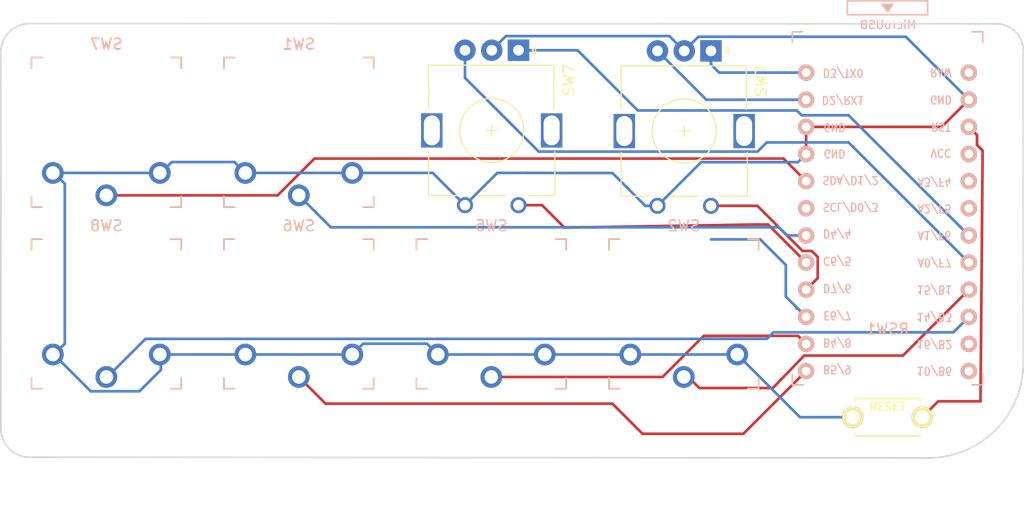
<source format=kicad_pcb>
(kicad_pcb (version 20171130) (host pcbnew "(5.1.5-0-10_14)")

  (general
    (thickness 1.6)
    (drawings 8)
    (tracks 132)
    (zones 0)
    (modules 10)
    (nets 23)
  )

  (page A4)
  (title_block
    (title mkbd)
    (date 2019-04-18)
    (rev 0.1)
    (company foostan)
  )

  (layers
    (0 F.Cu signal)
    (31 B.Cu signal)
    (32 B.Adhes user)
    (33 F.Adhes user)
    (34 B.Paste user)
    (35 F.Paste user)
    (36 B.SilkS user)
    (37 F.SilkS user)
    (38 B.Mask user)
    (39 F.Mask user)
    (40 Dwgs.User user)
    (41 Cmts.User user)
    (42 Eco1.User user)
    (43 Eco2.User user)
    (44 Edge.Cuts user)
    (45 Margin user)
    (46 B.CrtYd user)
    (47 F.CrtYd user)
    (48 B.Fab user)
    (49 F.Fab user)
  )

  (setup
    (last_trace_width 0.25)
    (trace_clearance 0.2)
    (zone_clearance 0.508)
    (zone_45_only no)
    (trace_min 0.2)
    (via_size 0.8)
    (via_drill 0.4)
    (via_min_size 0.4)
    (via_min_drill 0.3)
    (uvia_size 0.3)
    (uvia_drill 0.1)
    (uvias_allowed no)
    (uvia_min_size 0.2)
    (uvia_min_drill 0.1)
    (edge_width 0.15)
    (segment_width 0.2)
    (pcb_text_width 0.3)
    (pcb_text_size 1.5 1.5)
    (mod_edge_width 0.15)
    (mod_text_size 1 1)
    (mod_text_width 0.15)
    (pad_size 2 2)
    (pad_drill 1)
    (pad_to_mask_clearance 0.2)
    (aux_axis_origin 0 0)
    (visible_elements FFFFFF7F)
    (pcbplotparams
      (layerselection 0x010f0_ffffffff)
      (usegerberextensions false)
      (usegerberattributes false)
      (usegerberadvancedattributes false)
      (creategerberjobfile false)
      (excludeedgelayer true)
      (linewidth 0.100000)
      (plotframeref false)
      (viasonmask false)
      (mode 1)
      (useauxorigin false)
      (hpglpennumber 1)
      (hpglpenspeed 20)
      (hpglpendiameter 15.000000)
      (psnegative false)
      (psa4output false)
      (plotreference true)
      (plotvalue true)
      (plotinvisibletext false)
      (padsonsilk false)
      (subtractmaskfromsilk false)
      (outputformat 1)
      (mirror false)
      (drillshape 0)
      (scaleselection 1)
      (outputdirectory "gerber/"))
  )

  (net 0 "")
  (net 1 /RESET)
  (net 2 GND)
  (net 3 /SW_1)
  (net 4 /SW_2)
  (net 5 /SW_3)
  (net 6 /SW_4)
  (net 7 /SW_5)
  (net 8 /SW_6)
  (net 9 "Net-(U1-Pad24)")
  (net 10 VCC)
  (net 11 "Net-(U1-Pad20)")
  (net 12 "Net-(U1-Pad19)")
  (net 13 "Net-(U1-Pad18)")
  (net 14 "Net-(U1-Pad17)")
  (net 15 "Net-(U1-Pad16)")
  (net 16 "Net-(U1-Pad15)")
  (net 17 "Net-(U1-Pad14)")
  (net 18 "Net-(U1-Pad13)")
  (net 19 "Net-(U1-Pad6)")
  (net 20 "Net-(U1-Pad5)")
  (net 21 "Net-(SW7-PadA)")
  (net 22 "Net-(SW7-PadB)")

  (net_class Default "これはデフォルトのネット クラスです。"
    (clearance 0.2)
    (trace_width 0.25)
    (via_dia 0.8)
    (via_drill 0.4)
    (uvia_dia 0.3)
    (uvia_drill 0.1)
    (add_net /RESET)
    (add_net /SW_1)
    (add_net /SW_2)
    (add_net /SW_3)
    (add_net /SW_4)
    (add_net /SW_5)
    (add_net /SW_6)
    (add_net GND)
    (add_net "Net-(SW7-PadA)")
    (add_net "Net-(SW7-PadB)")
    (add_net "Net-(U1-Pad13)")
    (add_net "Net-(U1-Pad14)")
    (add_net "Net-(U1-Pad15)")
    (add_net "Net-(U1-Pad16)")
    (add_net "Net-(U1-Pad17)")
    (add_net "Net-(U1-Pad18)")
    (add_net "Net-(U1-Pad19)")
    (add_net "Net-(U1-Pad20)")
    (add_net "Net-(U1-Pad24)")
    (add_net "Net-(U1-Pad5)")
    (add_net "Net-(U1-Pad6)")
    (add_net VCC)
  )

  (module Rotary_Encoder:RotaryEncoder_Alps_EC11E_Vertical_H20mm (layer F.Cu) (tedit 5EB16E7E) (tstamp 5EB0249D)
    (at 77 62.8 270)
    (descr "Alps rotary encoder, EC12E... without switch (pins are dummy), vertical shaft, http://www.alps.com/prod/info/E/HTML/Encoder/Incremental/EC11/EC11E15204A3.html")
    (tags "rotary encoder")
    (path /5E9A134E)
    (fp_text reference SW7 (at 2.8 -4.7 90) (layer F.SilkS)
      (effects (font (size 1 1) (thickness 0.15)))
    )
    (fp_text value Rotary_Encoder_Switch (at 7.5 10.4 90) (layer F.Fab)
      (effects (font (size 1 1) (thickness 0.15)))
    )
    (fp_text user %R (at 11.1 6.3 90) (layer F.Fab)
      (effects (font (size 1 1) (thickness 0.15)))
    )
    (fp_line (start 7 2.5) (end 8 2.5) (layer F.SilkS) (width 0.12))
    (fp_line (start 7.5 2) (end 7.5 3) (layer F.SilkS) (width 0.12))
    (fp_line (start 13.6 5.8) (end 13.6 8.4) (layer F.SilkS) (width 0.12))
    (fp_line (start 13.6 1.2) (end 13.6 3.8) (layer F.SilkS) (width 0.12))
    (fp_line (start 13.6 -3.4) (end 13.6 -0.8) (layer F.SilkS) (width 0.12))
    (fp_line (start 4.5 2.5) (end 10.5 2.5) (layer F.Fab) (width 0.12))
    (fp_line (start 7.5 -0.5) (end 7.5 5.5) (layer F.Fab) (width 0.12))
    (fp_line (start 0.3 -1.6) (end 0 -1.3) (layer F.SilkS) (width 0.12))
    (fp_line (start -0.3 -1.6) (end 0.3 -1.6) (layer F.SilkS) (width 0.12))
    (fp_line (start 0 -1.3) (end -0.3 -1.6) (layer F.SilkS) (width 0.12))
    (fp_line (start 1.4 -3.3) (end 1.4 8.4) (layer F.SilkS) (width 0.12))
    (fp_line (start 5.5 -3.3) (end 1.4 -3.3) (layer F.SilkS) (width 0.12))
    (fp_line (start 5.5 8.4) (end 1.4 8.4) (layer F.SilkS) (width 0.12))
    (fp_line (start 13.6 8.4) (end 9.5 8.4) (layer F.SilkS) (width 0.12))
    (fp_line (start 9.5 -3.4) (end 13.6 -3.4) (layer F.SilkS) (width 0.12))
    (fp_line (start 1.5 -2.2) (end 2.5 -3.3) (layer F.Fab) (width 0.12))
    (fp_line (start 1.5 8.3) (end 1.5 -2.2) (layer F.Fab) (width 0.12))
    (fp_line (start 13.5 8.3) (end 1.5 8.3) (layer F.Fab) (width 0.12))
    (fp_line (start 13.5 -3.3) (end 13.5 8.3) (layer F.Fab) (width 0.12))
    (fp_line (start 2.5 -3.3) (end 13.5 -3.3) (layer F.Fab) (width 0.12))
    (fp_line (start -1.25 -4.35) (end 15.5 -4.35) (layer F.CrtYd) (width 0.05))
    (fp_line (start -1.25 -4.35) (end -1.25 9.35) (layer F.CrtYd) (width 0.05))
    (fp_line (start 15.5 9.35) (end 15.5 -4.35) (layer F.CrtYd) (width 0.05))
    (fp_line (start 15.5 9.35) (end -1.25 9.35) (layer F.CrtYd) (width 0.05))
    (fp_circle (center 7.5 2.5) (end 10.5 2.5) (layer F.SilkS) (width 0.12))
    (fp_circle (center 7.5 2.5) (end 10.5 2.5) (layer F.Fab) (width 0.12))
    (pad "" thru_hole circle (at 14.5 5 270) (size 1.5 1.5) (drill 1) (layers *.Cu *.Mask)
      (net 2 GND))
    (pad "" thru_hole circle (at 14.5 0 270) (size 1.5 1.5) (drill 1) (layers *.Cu *.Mask)
      (net 4 /SW_2))
    (pad MP thru_hole rect (at 7.5 8.1 270) (size 3.2 2) (drill oval 2.8 1.5) (layers *.Cu *.Mask))
    (pad MP thru_hole rect (at 7.5 -3.1 270) (size 3.2 2) (drill oval 2.8 1.5) (layers *.Cu *.Mask))
    (pad B thru_hole circle (at 0 5 270) (size 2 2) (drill 1) (layers *.Cu *.Mask)
      (net 14 "Net-(U1-Pad17)"))
    (pad C thru_hole circle (at 0 2.5 270) (size 2 2) (drill 1) (layers *.Cu *.Mask)
      (net 2 GND))
    (pad A thru_hole rect (at 0 0 270) (size 2 2) (drill 1) (layers *.Cu *.Mask)
      (net 13 "Net-(U1-Pad18)"))
    (model ${KISYS3DMOD}/Rotary_Encoder.3dshapes/RotaryEncoder_Alps_EC11E_Vertical_H20mm.wrl
      (at (xyz 0 0 0))
      (scale (xyz 1 1 1))
      (rotate (xyz 0 0 0))
    )
  )

  (module kbd:SW_PG1350_reversible (layer F.Cu) (tedit 5EAFDBC5) (tstamp 5EAFDB40)
    (at 38.46 87.48)
    (descr "Kailh \"Choc\" PG1350 keyswitch, able to be mounted on front or back of PCB")
    (tags kailh,choc)
    (path /5CB5EE9C)
    (fp_text reference SW8 (at 0 4.15) (layer Dwgs.User) hide
      (effects (font (size 1 1) (thickness 0.15)))
    )
    (fp_text value SW_PUSH (at -0.05 5.7) (layer Dwgs.User) hide
      (effects (font (size 1 1) (thickness 0.15)))
    )
    (fp_line (start 6 -7) (end 7 -7) (layer F.SilkS) (width 0.15))
    (fp_line (start 7 -7) (end 7 -6) (layer F.SilkS) (width 0.15))
    (fp_line (start 7 6) (end 7 7) (layer F.SilkS) (width 0.15))
    (fp_line (start 7 7) (end 6 7) (layer F.SilkS) (width 0.15))
    (fp_line (start -6 7) (end -7 7) (layer F.SilkS) (width 0.15))
    (fp_line (start -7 7) (end -7 6) (layer F.SilkS) (width 0.15))
    (fp_line (start -7 -6) (end -7 -7) (layer F.SilkS) (width 0.15))
    (fp_line (start -7 -7) (end -6 -7) (layer F.SilkS) (width 0.15))
    (fp_line (start -2.6 -3.1) (end 2.6 -3.1) (layer Eco2.User) (width 0.15))
    (fp_line (start 2.6 -3.1) (end 2.6 -6.3) (layer Eco2.User) (width 0.15))
    (fp_line (start 2.6 -6.3) (end -2.6 -6.3) (layer Eco2.User) (width 0.15))
    (fp_line (start -2.6 -3.1) (end -2.6 -6.3) (layer Eco2.User) (width 0.15))
    (fp_line (start -7 -6) (end -7 -7) (layer B.SilkS) (width 0.15))
    (fp_line (start -7 -7) (end -6 -7) (layer B.SilkS) (width 0.15))
    (fp_line (start -6 7) (end -7 7) (layer B.SilkS) (width 0.15))
    (fp_line (start -7 7) (end -7 6) (layer B.SilkS) (width 0.15))
    (fp_line (start 7 6) (end 7 7) (layer B.SilkS) (width 0.15))
    (fp_line (start 7 7) (end 6 7) (layer B.SilkS) (width 0.15))
    (fp_line (start 6 -7) (end 7 -7) (layer B.SilkS) (width 0.15))
    (fp_line (start 7 -7) (end 7 -6) (layer B.SilkS) (width 0.15))
    (fp_line (start -6.9 6.9) (end 6.9 6.9) (layer Eco2.User) (width 0.15))
    (fp_line (start 6.9 -6.9) (end -6.9 -6.9) (layer Eco2.User) (width 0.15))
    (fp_line (start 6.9 -6.9) (end 6.9 6.9) (layer Eco2.User) (width 0.15))
    (fp_line (start -6.9 6.9) (end -6.9 -6.9) (layer Eco2.User) (width 0.15))
    (fp_line (start -7.5 -7.5) (end 7.5 -7.5) (layer B.Fab) (width 0.15))
    (fp_line (start 7.5 -7.5) (end 7.5 7.5) (layer B.Fab) (width 0.15))
    (fp_line (start 7.5 7.5) (end -7.5 7.5) (layer B.Fab) (width 0.15))
    (fp_line (start -7.5 7.5) (end -7.5 -7.5) (layer B.Fab) (width 0.15))
    (fp_text user %R (at 0 -8.255) (layer B.SilkS)
      (effects (font (size 1 1) (thickness 0.15)) (justify mirror))
    )
    (fp_text user %V (at 0 8.255) (layer B.Fab)
      (effects (font (size 1 1) (thickness 0.15)) (justify mirror))
    )
    (fp_line (start -7.5 -7.5) (end 7.5 -7.5) (layer F.Fab) (width 0.15))
    (fp_line (start 7.5 7.5) (end -7.5 7.5) (layer F.Fab) (width 0.15))
    (fp_line (start 7.5 -7.5) (end 7.5 7.5) (layer F.Fab) (width 0.15))
    (fp_line (start -7.5 7.5) (end -7.5 -7.5) (layer F.Fab) (width 0.15))
    (fp_text user %R (at 0 0) (layer F.Fab)
      (effects (font (size 1 1) (thickness 0.15)))
    )
    (fp_text user %R (at 0 0) (layer B.Fab)
      (effects (font (size 1 1) (thickness 0.15)) (justify mirror))
    )
    (pad "" np_thru_hole circle (at -5.22 -4.2) (size 0.9906 0.9906) (drill 0.9906) (layers *.Cu *.Mask))
    (pad 2 thru_hole circle (at 5 3.8) (size 2.032 2.032) (drill 1.27) (layers *.Cu *.Mask)
      (net 2 GND))
    (pad "" np_thru_hole circle (at 0 0) (size 3.429 3.429) (drill 3.429) (layers *.Cu *.Mask))
    (pad 2 thru_hole circle (at -5 3.8) (size 2.032 2.032) (drill 1.27) (layers *.Cu *.Mask)
      (net 2 GND))
    (pad 1 thru_hole circle (at 0 5.9) (size 2.032 2.032) (drill 1.27) (layers *.Cu *.Mask)
      (net 16 "Net-(U1-Pad15)"))
    (pad "" np_thru_hole circle (at 5.22 -4.2) (size 0.9906 0.9906) (drill 0.9906) (layers *.Cu *.Mask))
    (pad "" np_thru_hole circle (at 5.5 0) (size 1.7018 1.7018) (drill 1.7018) (layers *.Cu *.Mask))
    (pad "" np_thru_hole circle (at -5.5 0) (size 1.7018 1.7018) (drill 1.7018) (layers *.Cu *.Mask))
  )

  (module kbd:SW_PG1350_reversible (layer F.Cu) (tedit 5EAFDC33) (tstamp 5EAFDB11)
    (at 38.46 70.48)
    (descr "Kailh \"Choc\" PG1350 keyswitch, able to be mounted on front or back of PCB")
    (tags kailh,choc)
    (path /5CB5D7EA)
    (fp_text reference SW7 (at 0 4.15) (layer Dwgs.User) hide
      (effects (font (size 1 1) (thickness 0.15)))
    )
    (fp_text value SW_PUSH (at -0.05 5.7) (layer Dwgs.User) hide
      (effects (font (size 1 1) (thickness 0.15)))
    )
    (fp_line (start 6 -7) (end 7 -7) (layer F.SilkS) (width 0.15))
    (fp_line (start 7 -7) (end 7 -6) (layer F.SilkS) (width 0.15))
    (fp_line (start 7 6) (end 7 7) (layer F.SilkS) (width 0.15))
    (fp_line (start 7 7) (end 6 7) (layer F.SilkS) (width 0.15))
    (fp_line (start -6 7) (end -7 7) (layer F.SilkS) (width 0.15))
    (fp_line (start -7 7) (end -7 6) (layer F.SilkS) (width 0.15))
    (fp_line (start -7 -6) (end -7 -7) (layer F.SilkS) (width 0.15))
    (fp_line (start -7 -7) (end -6 -7) (layer F.SilkS) (width 0.15))
    (fp_line (start -2.6 -3.1) (end 2.6 -3.1) (layer Eco2.User) (width 0.15))
    (fp_line (start 2.6 -3.1) (end 2.6 -6.3) (layer Eco2.User) (width 0.15))
    (fp_line (start 2.6 -6.3) (end -2.6 -6.3) (layer Eco2.User) (width 0.15))
    (fp_line (start -2.6 -3.1) (end -2.6 -6.3) (layer Eco2.User) (width 0.15))
    (fp_line (start -7 -6) (end -7 -7) (layer B.SilkS) (width 0.15))
    (fp_line (start -7 -7) (end -6 -7) (layer B.SilkS) (width 0.15))
    (fp_line (start -6 7) (end -7 7) (layer B.SilkS) (width 0.15))
    (fp_line (start -7 7) (end -7 6) (layer B.SilkS) (width 0.15))
    (fp_line (start 7 6) (end 7 7) (layer B.SilkS) (width 0.15))
    (fp_line (start 7 7) (end 6 7) (layer B.SilkS) (width 0.15))
    (fp_line (start 6 -7) (end 7 -7) (layer B.SilkS) (width 0.15))
    (fp_line (start 7 -7) (end 7 -6) (layer B.SilkS) (width 0.15))
    (fp_line (start -6.9 6.9) (end 6.9 6.9) (layer Eco2.User) (width 0.15))
    (fp_line (start 6.9 -6.9) (end -6.9 -6.9) (layer Eco2.User) (width 0.15))
    (fp_line (start 6.9 -6.9) (end 6.9 6.9) (layer Eco2.User) (width 0.15))
    (fp_line (start -6.9 6.9) (end -6.9 -6.9) (layer Eco2.User) (width 0.15))
    (fp_line (start -7.5 -7.5) (end 7.5 -7.5) (layer B.Fab) (width 0.15))
    (fp_line (start 7.5 -7.5) (end 7.5 7.5) (layer B.Fab) (width 0.15))
    (fp_line (start 7.5 7.5) (end -7.5 7.5) (layer B.Fab) (width 0.15))
    (fp_line (start -7.5 7.5) (end -7.5 -7.5) (layer B.Fab) (width 0.15))
    (fp_text user %R (at 0 -8.255) (layer B.SilkS)
      (effects (font (size 1 1) (thickness 0.15)) (justify mirror))
    )
    (fp_text user %V (at 0 8.255) (layer B.Fab)
      (effects (font (size 1 1) (thickness 0.15)) (justify mirror))
    )
    (fp_line (start -7.5 -7.5) (end 7.5 -7.5) (layer F.Fab) (width 0.15))
    (fp_line (start 7.5 7.5) (end -7.5 7.5) (layer F.Fab) (width 0.15))
    (fp_line (start 7.5 -7.5) (end 7.5 7.5) (layer F.Fab) (width 0.15))
    (fp_line (start -7.5 7.5) (end -7.5 -7.5) (layer F.Fab) (width 0.15))
    (fp_text user %R (at 0 0) (layer F.Fab)
      (effects (font (size 1 1) (thickness 0.15)))
    )
    (fp_text user %R (at 0 -8.255) (layer B.SilkS)
      (effects (font (size 1 1) (thickness 0.15)) (justify mirror))
    )
    (pad "" np_thru_hole circle (at -5.22 -4.2) (size 0.9906 0.9906) (drill 0.9906) (layers *.Cu *.Mask))
    (pad 2 thru_hole circle (at 5 3.8) (size 2.032 2.032) (drill 1.27) (layers *.Cu *.Mask)
      (net 2 GND))
    (pad "" np_thru_hole circle (at 0 0) (size 3.429 3.429) (drill 3.429) (layers *.Cu *.Mask))
    (pad 2 thru_hole circle (at -5 3.8) (size 2.032 2.032) (drill 1.27) (layers *.Cu *.Mask)
      (net 2 GND))
    (pad 1 thru_hole circle (at 0 5.9) (size 2.032 2.032) (drill 1.27) (layers *.Cu *.Mask)
      (net 20 "Net-(U1-Pad5)"))
    (pad "" np_thru_hole circle (at 5.22 -4.2) (size 0.9906 0.9906) (drill 0.9906) (layers *.Cu *.Mask))
    (pad "" np_thru_hole circle (at 5.5 0) (size 1.7018 1.7018) (drill 1.7018) (layers *.Cu *.Mask))
    (pad "" np_thru_hole circle (at -5.5 0) (size 1.7018 1.7018) (drill 1.7018) (layers *.Cu *.Mask))
  )

  (module kbd:ProMicro_v3 (layer B.Cu) (tedit 5EAC4A3F) (tstamp 5CB64683)
    (at 111.51 79.37 180)
    (path /5CB5F40D)
    (fp_text reference U1 (at 0 5 90) (layer B.SilkS) hide
      (effects (font (size 1 1) (thickness 0.15)) (justify mirror))
    )
    (fp_text value ProMicro_r (at -0.1 -0.05 -90) (layer B.Fab) hide
      (effects (font (size 1 1) (thickness 0.15)) (justify mirror))
    )
    (fp_line (start 8.9 -14.75) (end 7.89 -14.75) (layer B.SilkS) (width 0.15))
    (fp_line (start -8.9 -14.75) (end -7.9 -14.75) (layer B.SilkS) (width 0.15))
    (fp_line (start 8.9 -13.75) (end 8.9 -14.75) (layer B.SilkS) (width 0.15))
    (fp_line (start -8.9 -13.7) (end -8.9 -14.75) (layer B.SilkS) (width 0.15))
    (fp_line (start 8.9 18.3) (end 7.95 18.3) (layer B.SilkS) (width 0.15))
    (fp_line (start -8.9 18.3) (end -7.9 18.3) (layer B.SilkS) (width 0.15))
    (fp_line (start 8.9 18.3) (end 8.9 17.3) (layer B.SilkS) (width 0.15))
    (fp_line (start -8.9 18.3) (end -8.9 17.3) (layer B.SilkS) (width 0.15))
    (fp_text user "" (at -1.2515 16.256) (layer F.SilkS)
      (effects (font (size 1 1) (thickness 0.15)))
    )
    (fp_text user "" (at -0.545 17.4) (layer B.SilkS)
      (effects (font (size 1 1) (thickness 0.15)) (justify mirror))
    )
    (fp_line (start -8.9 -14.75) (end -8.9 18.3) (layer B.Fab) (width 0.15))
    (fp_line (start 8.9 -14.75) (end -8.9 -14.75) (layer B.Fab) (width 0.15))
    (fp_line (start 8.9 18.3) (end 8.9 -14.75) (layer B.Fab) (width 0.15))
    (fp_line (start -8.9 18.3) (end -3.75 18.3) (layer B.Fab) (width 0.15))
    (fp_text user RAW (at -4.995 14.5 180 unlocked) (layer B.SilkS)
      (effects (font (size 0.75 0.67) (thickness 0.125)) (justify mirror))
    )
    (fp_text user GND (at -4.995 11.95 180 unlocked) (layer B.SilkS)
      (effects (font (size 0.75 0.67) (thickness 0.125)) (justify mirror))
    )
    (fp_text user RST (at -4.995 9.4 180 unlocked) (layer B.SilkS)
      (effects (font (size 0.75 0.67) (thickness 0.125)) (justify mirror))
    )
    (fp_text user VCC (at -4.995 6.95 180 unlocked) (layer B.SilkS)
      (effects (font (size 0.75 0.67) (thickness 0.125)) (justify mirror))
    )
    (fp_text user A3/F4 (at -4.395 4.25 180 unlocked) (layer B.SilkS)
      (effects (font (size 0.75 0.67) (thickness 0.125)) (justify mirror))
    )
    (fp_text user A2/F5 (at -4.395 1.75 180 unlocked) (layer B.SilkS)
      (effects (font (size 0.75 0.67) (thickness 0.125)) (justify mirror))
    )
    (fp_text user A1/F6 (at -4.395 -0.75 180 unlocked) (layer B.SilkS)
      (effects (font (size 0.75 0.67) (thickness 0.125)) (justify mirror))
    )
    (fp_text user A0/F7 (at -4.395 -3.3 180 unlocked) (layer B.SilkS)
      (effects (font (size 0.75 0.67) (thickness 0.125)) (justify mirror))
    )
    (fp_text user 15/B1 (at -4.395 -5.85 180 unlocked) (layer B.SilkS)
      (effects (font (size 0.75 0.67) (thickness 0.125)) (justify mirror))
    )
    (fp_text user 14/B3 (at -4.395 -8.4 180 unlocked) (layer B.SilkS)
      (effects (font (size 0.75 0.67) (thickness 0.125)) (justify mirror))
    )
    (fp_text user 10/B6 (at -4.395 -13.45 180 unlocked) (layer B.SilkS)
      (effects (font (size 0.75 0.67) (thickness 0.125)) (justify mirror))
    )
    (fp_text user 16/B2 (at -4.395 -10.95 180 unlocked) (layer B.SilkS)
      (effects (font (size 0.75 0.67) (thickness 0.125)) (justify mirror))
    )
    (fp_text user E6/7 (at 4.705 -8.25 180 unlocked) (layer B.SilkS)
      (effects (font (size 0.75 0.67) (thickness 0.125)) (justify mirror))
    )
    (fp_text user D7/6 (at 4.705 -5.7 180 unlocked) (layer B.SilkS)
      (effects (font (size 0.75 0.67) (thickness 0.125)) (justify mirror))
    )
    (fp_text user GND (at 4.955 9.35 180 unlocked) (layer B.SilkS)
      (effects (font (size 0.75 0.67) (thickness 0.125)) (justify mirror))
    )
    (fp_text user GND (at 4.955 6.9 180 unlocked) (layer B.SilkS)
      (effects (font (size 0.75 0.67) (thickness 0.125)) (justify mirror))
    )
    (fp_text user D3/TX0 (at 4.155 14.45 180 unlocked) (layer B.SilkS)
      (effects (font (size 0.75 0.67) (thickness 0.125)) (justify mirror))
    )
    (fp_text user D4/4 (at 4.705 -0.6 180 unlocked) (layer B.SilkS)
      (effects (font (size 0.75 0.67) (thickness 0.125)) (justify mirror))
    )
    (fp_text user SDA/D1/2 (at 3.455 4.4 180 unlocked) (layer B.SilkS)
      (effects (font (size 0.75 0.67) (thickness 0.125)) (justify mirror))
    )
    (fp_text user SCL/D0/3 (at 3.455 1.9 180 unlocked) (layer B.SilkS)
      (effects (font (size 0.75 0.67) (thickness 0.125)) (justify mirror))
    )
    (fp_text user C6/5 (at 4.705 -3.15 180 unlocked) (layer B.SilkS)
      (effects (font (size 0.75 0.67) (thickness 0.125)) (justify mirror))
    )
    (fp_text user B5/9 (at 4.705 -13.3 180 unlocked) (layer B.SilkS)
      (effects (font (size 0.75 0.67) (thickness 0.125)) (justify mirror))
    )
    (fp_text user D2/RX1 (at 4.155 11.9 180 unlocked) (layer B.SilkS)
      (effects (font (size 0.75 0.67) (thickness 0.125)) (justify mirror))
    )
    (fp_text user B4/8 (at 4.705 -10.8 180 unlocked) (layer B.SilkS)
      (effects (font (size 0.75 0.67) (thickness 0.125)) (justify mirror))
    )
    (fp_line (start -3.75 19.6) (end 3.75 19.6) (layer B.Fab) (width 0.15))
    (fp_line (start 3.75 19.6) (end 3.75 18.3) (layer B.Fab) (width 0.15))
    (fp_line (start -3.75 19.6) (end -3.75 18.299039) (layer B.Fab) (width 0.15))
    (fp_line (start -3.75 18.3) (end 3.75 18.3) (layer B.Fab) (width 0.15))
    (fp_line (start 3.76 18.3) (end 8.9 18.3) (layer B.Fab) (width 0.15))
    (fp_line (start -3.75 21.2) (end -3.75 19.9) (layer B.SilkS) (width 0.15))
    (fp_line (start -3.75 19.9) (end 3.75 19.9) (layer B.SilkS) (width 0.15))
    (fp_line (start 3.75 19.9) (end 3.75 21.2) (layer B.SilkS) (width 0.15))
    (fp_line (start 3.75 21.2) (end -3.75 21.2) (layer B.SilkS) (width 0.15))
    (fp_line (start -0.5 20.85) (end 0.5 20.85) (layer B.SilkS) (width 0.15))
    (fp_line (start 0.5 20.85) (end 0 20.2) (layer B.SilkS) (width 0.15))
    (fp_line (start 0 20.2) (end -0.5 20.85) (layer B.SilkS) (width 0.15))
    (fp_line (start -0.35 20.7) (end 0.35 20.7) (layer B.SilkS) (width 0.15))
    (fp_line (start -0.25 20.55) (end 0.25 20.55) (layer B.SilkS) (width 0.15))
    (fp_line (start -0.15 20.4) (end 0.15 20.4) (layer B.SilkS) (width 0.15))
    (fp_text user MicroUSB (at -0.05 18.95) (layer B.SilkS)
      (effects (font (size 0.75 0.75) (thickness 0.12)) (justify mirror))
    )
    (pad 24 thru_hole circle (at -7.6086 14.478 180) (size 1.524 1.524) (drill 0.8128) (layers *.Cu *.Mask B.SilkS)
      (net 9 "Net-(U1-Pad24)"))
    (pad 23 thru_hole circle (at -7.6086 11.938 180) (size 1.524 1.524) (drill 0.8128) (layers *.Cu *.Mask B.SilkS)
      (net 2 GND))
    (pad 22 thru_hole circle (at -7.6086 9.398 180) (size 1.524 1.524) (drill 0.8128) (layers *.Cu *.Mask B.SilkS)
      (net 1 /RESET))
    (pad 21 thru_hole circle (at -7.6086 6.858 180) (size 1.524 1.524) (drill 0.8128) (layers *.Cu *.Mask B.SilkS)
      (net 10 VCC))
    (pad 20 thru_hole circle (at -7.6086 4.318 180) (size 1.524 1.524) (drill 0.8128) (layers *.Cu *.Mask B.SilkS)
      (net 11 "Net-(U1-Pad20)"))
    (pad 19 thru_hole circle (at -7.6086 1.778 180) (size 1.524 1.524) (drill 0.8128) (layers *.Cu *.Mask B.SilkS)
      (net 12 "Net-(U1-Pad19)"))
    (pad 18 thru_hole circle (at -7.6086 -0.762 180) (size 1.524 1.524) (drill 0.8128) (layers *.Cu *.Mask B.SilkS)
      (net 13 "Net-(U1-Pad18)"))
    (pad 17 thru_hole circle (at -7.6086 -3.302 180) (size 1.524 1.524) (drill 0.8128) (layers *.Cu *.Mask B.SilkS)
      (net 14 "Net-(U1-Pad17)"))
    (pad 16 thru_hole circle (at -7.6086 -5.842 180) (size 1.524 1.524) (drill 0.8128) (layers *.Cu *.Mask B.SilkS)
      (net 15 "Net-(U1-Pad16)"))
    (pad 15 thru_hole circle (at -7.6086 -8.382 180) (size 1.524 1.524) (drill 0.8128) (layers *.Cu *.Mask B.SilkS)
      (net 16 "Net-(U1-Pad15)"))
    (pad 14 thru_hole circle (at -7.6086 -10.922 180) (size 1.524 1.524) (drill 0.8128) (layers *.Cu *.Mask B.SilkS)
      (net 17 "Net-(U1-Pad14)"))
    (pad 13 thru_hole circle (at -7.6086 -13.462 180) (size 1.524 1.524) (drill 0.8128) (layers *.Cu *.Mask B.SilkS)
      (net 18 "Net-(U1-Pad13)"))
    (pad 12 thru_hole circle (at 7.6114 -13.462 180) (size 1.524 1.524) (drill 0.8128) (layers *.Cu *.Mask B.SilkS)
      (net 8 /SW_6))
    (pad 11 thru_hole circle (at 7.6114 -10.922 180) (size 1.524 1.524) (drill 0.8128) (layers *.Cu *.Mask B.SilkS)
      (net 7 /SW_5))
    (pad 10 thru_hole circle (at 7.6114 -8.382 180) (size 1.524 1.524) (drill 0.8128) (layers *.Cu *.Mask B.SilkS)
      (net 6 /SW_4))
    (pad 9 thru_hole circle (at 7.6114 -5.842 180) (size 1.524 1.524) (drill 0.8128) (layers *.Cu *.Mask B.SilkS)
      (net 5 /SW_3))
    (pad 8 thru_hole circle (at 7.6114 -3.302 180) (size 1.524 1.524) (drill 0.8128) (layers *.Cu *.Mask B.SilkS)
      (net 4 /SW_2))
    (pad 7 thru_hole circle (at 7.6114 -0.762 180) (size 1.524 1.524) (drill 0.8128) (layers *.Cu *.Mask B.SilkS)
      (net 3 /SW_1))
    (pad 6 thru_hole circle (at 7.6114 1.778 180) (size 1.524 1.524) (drill 0.8128) (layers *.Cu *.Mask B.SilkS)
      (net 19 "Net-(U1-Pad6)"))
    (pad 5 thru_hole circle (at 7.6114 4.318 180) (size 1.524 1.524) (drill 0.8128) (layers *.Cu *.Mask B.SilkS)
      (net 20 "Net-(U1-Pad5)"))
    (pad 4 thru_hole circle (at 7.6114 6.858 180) (size 1.524 1.524) (drill 0.8128) (layers *.Cu *.Mask B.SilkS)
      (net 2 GND))
    (pad 3 thru_hole circle (at 7.6114 9.398 180) (size 1.524 1.524) (drill 0.8128) (layers *.Cu *.Mask B.SilkS)
      (net 2 GND))
    (pad 2 thru_hole circle (at 7.6114 11.938 180) (size 1.524 1.524) (drill 0.8128) (layers *.Cu *.Mask B.SilkS)
      (net 22 "Net-(SW7-PadB)"))
    (pad 1 thru_hole circle (at 7.6114 14.478 180) (size 1.524 1.524) (drill 0.8128) (layers *.Cu *.Mask B.SilkS)
      (net 21 "Net-(SW7-PadA)"))
  )

  (module Rotary_Encoder:RotaryEncoder_Alps_EC11E_Vertical_H20mm (layer F.Cu) (tedit 5E99D69A) (tstamp 5E99E325)
    (at 95 62.86 270)
    (descr "Alps rotary encoder, EC12E... without switch (pins are dummy), vertical shaft, http://www.alps.com/prod/info/E/HTML/Encoder/Incremental/EC11/EC11E15204A3.html")
    (tags "rotary encoder")
    (path /5E9A134E)
    (fp_text reference SW7 (at 2.8 -4.7 90) (layer F.SilkS)
      (effects (font (size 1 1) (thickness 0.15)))
    )
    (fp_text value Rotary_Encoder_Switch (at 7.5 10.4 90) (layer F.Fab)
      (effects (font (size 1 1) (thickness 0.15)))
    )
    (fp_circle (center 7.5 2.5) (end 10.5 2.5) (layer F.Fab) (width 0.12))
    (fp_circle (center 7.5 2.5) (end 10.5 2.5) (layer F.SilkS) (width 0.12))
    (fp_line (start 15.5 9.35) (end -1.25 9.35) (layer F.CrtYd) (width 0.05))
    (fp_line (start 15.5 9.35) (end 15.5 -4.35) (layer F.CrtYd) (width 0.05))
    (fp_line (start -1.25 -4.35) (end -1.25 9.35) (layer F.CrtYd) (width 0.05))
    (fp_line (start -1.25 -4.35) (end 15.5 -4.35) (layer F.CrtYd) (width 0.05))
    (fp_line (start 2.5 -3.3) (end 13.5 -3.3) (layer F.Fab) (width 0.12))
    (fp_line (start 13.5 -3.3) (end 13.5 8.3) (layer F.Fab) (width 0.12))
    (fp_line (start 13.5 8.3) (end 1.5 8.3) (layer F.Fab) (width 0.12))
    (fp_line (start 1.5 8.3) (end 1.5 -2.2) (layer F.Fab) (width 0.12))
    (fp_line (start 1.5 -2.2) (end 2.5 -3.3) (layer F.Fab) (width 0.12))
    (fp_line (start 9.5 -3.4) (end 13.6 -3.4) (layer F.SilkS) (width 0.12))
    (fp_line (start 13.6 8.4) (end 9.5 8.4) (layer F.SilkS) (width 0.12))
    (fp_line (start 5.5 8.4) (end 1.4 8.4) (layer F.SilkS) (width 0.12))
    (fp_line (start 5.5 -3.3) (end 1.4 -3.3) (layer F.SilkS) (width 0.12))
    (fp_line (start 1.4 -3.3) (end 1.4 8.4) (layer F.SilkS) (width 0.12))
    (fp_line (start 0 -1.3) (end -0.3 -1.6) (layer F.SilkS) (width 0.12))
    (fp_line (start -0.3 -1.6) (end 0.3 -1.6) (layer F.SilkS) (width 0.12))
    (fp_line (start 0.3 -1.6) (end 0 -1.3) (layer F.SilkS) (width 0.12))
    (fp_line (start 7.5 -0.5) (end 7.5 5.5) (layer F.Fab) (width 0.12))
    (fp_line (start 4.5 2.5) (end 10.5 2.5) (layer F.Fab) (width 0.12))
    (fp_line (start 13.6 -3.4) (end 13.6 -0.8) (layer F.SilkS) (width 0.12))
    (fp_line (start 13.6 1.2) (end 13.6 3.8) (layer F.SilkS) (width 0.12))
    (fp_line (start 13.6 5.8) (end 13.6 8.4) (layer F.SilkS) (width 0.12))
    (fp_line (start 7.5 2) (end 7.5 3) (layer F.SilkS) (width 0.12))
    (fp_line (start 7 2.5) (end 8 2.5) (layer F.SilkS) (width 0.12))
    (fp_text user %R (at 11.1 6.3 90) (layer F.Fab)
      (effects (font (size 1 1) (thickness 0.15)))
    )
    (pad A thru_hole rect (at 0 0 270) (size 2 2) (drill 1) (layers *.Cu *.Mask)
      (net 21 "Net-(SW7-PadA)"))
    (pad C thru_hole circle (at 0 2.5 270) (size 2 2) (drill 1) (layers *.Cu *.Mask)
      (net 2 GND))
    (pad B thru_hole circle (at 0 5 270) (size 2 2) (drill 1) (layers *.Cu *.Mask)
      (net 22 "Net-(SW7-PadB)"))
    (pad MP thru_hole rect (at 7.5 -3.1 270) (size 3.2 2) (drill oval 2.8 1.5) (layers *.Cu *.Mask))
    (pad MP thru_hole rect (at 7.5 8.1 270) (size 3.2 2) (drill oval 2.8 1.5) (layers *.Cu *.Mask))
    (pad "" thru_hole circle (at 14.5 0 270) (size 1.5 1.5) (drill 1) (layers *.Cu *.Mask)
      (net 5 /SW_3))
    (pad "" thru_hole circle (at 14.5 5 270) (size 1.5 1.5) (drill 1) (layers *.Cu *.Mask)
      (net 2 GND))
    (model ${KISYS3DMOD}/Rotary_Encoder.3dshapes/RotaryEncoder_Alps_EC11E_Vertical_H20mm.wrl
      (at (xyz 0 0 0))
      (scale (xyz 1 1 1))
      (rotate (xyz 0 0 0))
    )
  )

  (module foostan:ResetSW_1side (layer F.Cu) (tedit 5C66D325) (tstamp 5CB645C3)
    (at 111.51 97.15)
    (path /5CB5EA0E)
    (fp_text reference RSW1 (at 0 2.55) (layer F.SilkS) hide
      (effects (font (size 1 1) (thickness 0.15)))
    )
    (fp_text value SW_Push (at 0.1 -4.1) (layer F.Fab)
      (effects (font (size 1 1) (thickness 0.15)))
    )
    (fp_text user RESET (at 0 -0.98) (layer F.SilkS)
      (effects (font (size 0.75 0.75) (thickness 0.15)))
    )
    (fp_line (start 3 -1.75) (end 3 -1.5) (layer F.SilkS) (width 0.15))
    (fp_line (start -3 -1.75) (end 3 -1.75) (layer F.SilkS) (width 0.15))
    (fp_line (start -3 -1.75) (end -3 -1.5) (layer F.SilkS) (width 0.15))
    (fp_line (start -3 1.75) (end -3 1.5) (layer F.SilkS) (width 0.15))
    (fp_line (start 3 1.75) (end 3 1.5) (layer F.SilkS) (width 0.15))
    (fp_line (start -3 1.75) (end 3 1.75) (layer F.SilkS) (width 0.15))
    (fp_text user %R (at 0 -8.255) (layer B.SilkS)
      (effects (font (size 1 1) (thickness 0.15)) (justify mirror))
    )
    (fp_text user %V (at 0 8.255) (layer B.Fab)
      (effects (font (size 1 1) (thickness 0.15)) (justify mirror))
    )
    (pad 2 thru_hole circle (at -3.25 0) (size 2 2) (drill 1.3) (layers *.Cu F.SilkS B.Mask)
      (net 2 GND))
    (pad 1 thru_hole circle (at 3.25 0) (size 2 2) (drill 1.3) (layers *.Cu F.SilkS B.Mask)
      (net 1 /RESET))
  )

  (module kbd:SW_PG1350_reversible (layer F.Cu) (tedit 5DD501D8) (tstamp 5CB7412A)
    (at 56.46 70.48)
    (descr "Kailh \"Choc\" PG1350 keyswitch, able to be mounted on front or back of PCB")
    (tags kailh,choc)
    (path /5CB5D7EA)
    (fp_text reference SW1 (at 0 4.15) (layer Dwgs.User) hide
      (effects (font (size 1 1) (thickness 0.15)))
    )
    (fp_text value SW_PUSH (at -0.05 5.7) (layer Dwgs.User) hide
      (effects (font (size 1 1) (thickness 0.15)))
    )
    (fp_text user %R (at 0 -8.255) (layer B.SilkS)
      (effects (font (size 1 1) (thickness 0.15)) (justify mirror))
    )
    (fp_text user %R (at 0 0) (layer F.Fab)
      (effects (font (size 1 1) (thickness 0.15)))
    )
    (fp_line (start -7.5 7.5) (end -7.5 -7.5) (layer F.Fab) (width 0.15))
    (fp_line (start 7.5 -7.5) (end 7.5 7.5) (layer F.Fab) (width 0.15))
    (fp_line (start 7.5 7.5) (end -7.5 7.5) (layer F.Fab) (width 0.15))
    (fp_line (start -7.5 -7.5) (end 7.5 -7.5) (layer F.Fab) (width 0.15))
    (fp_text user %V (at 0 8.255) (layer B.Fab)
      (effects (font (size 1 1) (thickness 0.15)) (justify mirror))
    )
    (fp_text user %R (at 0 -8.255) (layer B.SilkS)
      (effects (font (size 1 1) (thickness 0.15)) (justify mirror))
    )
    (fp_line (start -7.5 7.5) (end -7.5 -7.5) (layer B.Fab) (width 0.15))
    (fp_line (start 7.5 7.5) (end -7.5 7.5) (layer B.Fab) (width 0.15))
    (fp_line (start 7.5 -7.5) (end 7.5 7.5) (layer B.Fab) (width 0.15))
    (fp_line (start -7.5 -7.5) (end 7.5 -7.5) (layer B.Fab) (width 0.15))
    (fp_line (start -6.9 6.9) (end -6.9 -6.9) (layer Eco2.User) (width 0.15))
    (fp_line (start 6.9 -6.9) (end 6.9 6.9) (layer Eco2.User) (width 0.15))
    (fp_line (start 6.9 -6.9) (end -6.9 -6.9) (layer Eco2.User) (width 0.15))
    (fp_line (start -6.9 6.9) (end 6.9 6.9) (layer Eco2.User) (width 0.15))
    (fp_line (start 7 -7) (end 7 -6) (layer B.SilkS) (width 0.15))
    (fp_line (start 6 -7) (end 7 -7) (layer B.SilkS) (width 0.15))
    (fp_line (start 7 7) (end 6 7) (layer B.SilkS) (width 0.15))
    (fp_line (start 7 6) (end 7 7) (layer B.SilkS) (width 0.15))
    (fp_line (start -7 7) (end -7 6) (layer B.SilkS) (width 0.15))
    (fp_line (start -6 7) (end -7 7) (layer B.SilkS) (width 0.15))
    (fp_line (start -7 -7) (end -6 -7) (layer B.SilkS) (width 0.15))
    (fp_line (start -7 -6) (end -7 -7) (layer B.SilkS) (width 0.15))
    (fp_line (start -2.6 -3.1) (end -2.6 -6.3) (layer Eco2.User) (width 0.15))
    (fp_line (start 2.6 -6.3) (end -2.6 -6.3) (layer Eco2.User) (width 0.15))
    (fp_line (start 2.6 -3.1) (end 2.6 -6.3) (layer Eco2.User) (width 0.15))
    (fp_line (start -2.6 -3.1) (end 2.6 -3.1) (layer Eco2.User) (width 0.15))
    (fp_line (start -7 -7) (end -6 -7) (layer F.SilkS) (width 0.15))
    (fp_line (start -7 -6) (end -7 -7) (layer F.SilkS) (width 0.15))
    (fp_line (start -7 7) (end -7 6) (layer F.SilkS) (width 0.15))
    (fp_line (start -6 7) (end -7 7) (layer F.SilkS) (width 0.15))
    (fp_line (start 7 7) (end 6 7) (layer F.SilkS) (width 0.15))
    (fp_line (start 7 6) (end 7 7) (layer F.SilkS) (width 0.15))
    (fp_line (start 7 -7) (end 7 -6) (layer F.SilkS) (width 0.15))
    (fp_line (start 6 -7) (end 7 -7) (layer F.SilkS) (width 0.15))
    (pad "" np_thru_hole circle (at -5.5 0) (size 1.7018 1.7018) (drill 1.7018) (layers *.Cu *.Mask))
    (pad "" np_thru_hole circle (at 5.5 0) (size 1.7018 1.7018) (drill 1.7018) (layers *.Cu *.Mask))
    (pad "" np_thru_hole circle (at 5.22 -4.2) (size 0.9906 0.9906) (drill 0.9906) (layers *.Cu *.Mask))
    (pad 1 thru_hole circle (at 0 5.9) (size 2.032 2.032) (drill 1.27) (layers *.Cu *.Mask)
      (net 3 /SW_1))
    (pad 2 thru_hole circle (at -5 3.8) (size 2.032 2.032) (drill 1.27) (layers *.Cu *.Mask)
      (net 2 GND))
    (pad "" np_thru_hole circle (at 0 0) (size 3.429 3.429) (drill 3.429) (layers *.Cu *.Mask))
    (pad 2 thru_hole circle (at 5 3.8) (size 2.032 2.032) (drill 1.27) (layers *.Cu *.Mask)
      (net 2 GND))
    (pad "" np_thru_hole circle (at -5.22 -4.2) (size 0.9906 0.9906) (drill 0.9906) (layers *.Cu *.Mask))
  )

  (module kbd:SW_PG1350_reversible (layer F.Cu) (tedit 5EB16D56) (tstamp 5CB73FFE)
    (at 92.46 87.48)
    (descr "Kailh \"Choc\" PG1350 keyswitch, able to be mounted on front or back of PCB")
    (tags kailh,choc)
    (path /5CB5EE19)
    (fp_text reference SW2 (at 0 4.15) (layer Dwgs.User) hide
      (effects (font (size 1 1) (thickness 0.15)))
    )
    (fp_text value SW_PUSH (at -0.05 5.7) (layer Dwgs.User) hide
      (effects (font (size 1 1) (thickness 0.15)))
    )
    (fp_text user %R (at 0 0) (layer B.Fab)
      (effects (font (size 1 1) (thickness 0.15)) (justify mirror))
    )
    (fp_text user %R (at 0 0) (layer F.Fab)
      (effects (font (size 1 1) (thickness 0.15)))
    )
    (fp_line (start -7.5 7.5) (end -7.5 -7.5) (layer F.Fab) (width 0.15))
    (fp_line (start 7.5 -7.5) (end 7.5 7.5) (layer F.Fab) (width 0.15))
    (fp_line (start 7.5 7.5) (end -7.5 7.5) (layer F.Fab) (width 0.15))
    (fp_line (start -7.5 -7.5) (end 7.5 -7.5) (layer F.Fab) (width 0.15))
    (fp_text user %V (at 0 8.255) (layer B.Fab)
      (effects (font (size 1 1) (thickness 0.15)) (justify mirror))
    )
    (fp_text user %R (at 0 -8.255) (layer B.SilkS)
      (effects (font (size 1 1) (thickness 0.15)) (justify mirror))
    )
    (fp_line (start -7.5 7.5) (end -7.5 -7.5) (layer B.Fab) (width 0.15))
    (fp_line (start 7.5 7.5) (end -7.5 7.5) (layer B.Fab) (width 0.15))
    (fp_line (start 7.5 -7.5) (end 7.5 7.5) (layer B.Fab) (width 0.15))
    (fp_line (start -7.5 -7.5) (end 7.5 -7.5) (layer B.Fab) (width 0.15))
    (fp_line (start -6.9 6.9) (end -6.9 -6.9) (layer Eco2.User) (width 0.15))
    (fp_line (start 6.9 -6.9) (end 6.9 6.9) (layer Eco2.User) (width 0.15))
    (fp_line (start 6.9 -6.9) (end -6.9 -6.9) (layer Eco2.User) (width 0.15))
    (fp_line (start -6.9 6.9) (end 6.9 6.9) (layer Eco2.User) (width 0.15))
    (fp_line (start 7 -7) (end 7 -6) (layer B.SilkS) (width 0.15))
    (fp_line (start 6 -7) (end 7 -7) (layer B.SilkS) (width 0.15))
    (fp_line (start 7 7) (end 6 7) (layer B.SilkS) (width 0.15))
    (fp_line (start 7 6) (end 7 7) (layer B.SilkS) (width 0.15))
    (fp_line (start -7 7) (end -7 6) (layer B.SilkS) (width 0.15))
    (fp_line (start -6 7) (end -7 7) (layer B.SilkS) (width 0.15))
    (fp_line (start -7 -7) (end -6 -7) (layer B.SilkS) (width 0.15))
    (fp_line (start -7 -6) (end -7 -7) (layer B.SilkS) (width 0.15))
    (fp_line (start -2.6 -3.1) (end -2.6 -6.3) (layer Eco2.User) (width 0.15))
    (fp_line (start 2.6 -6.3) (end -2.6 -6.3) (layer Eco2.User) (width 0.15))
    (fp_line (start 2.6 -3.1) (end 2.6 -6.3) (layer Eco2.User) (width 0.15))
    (fp_line (start -2.6 -3.1) (end 2.6 -3.1) (layer Eco2.User) (width 0.15))
    (fp_line (start -7 -7) (end -6 -7) (layer F.SilkS) (width 0.15))
    (fp_line (start -7 -6) (end -7 -7) (layer F.SilkS) (width 0.15))
    (fp_line (start -7 7) (end -7 6) (layer F.SilkS) (width 0.15))
    (fp_line (start -6 7) (end -7 7) (layer F.SilkS) (width 0.15))
    (fp_line (start 7 7) (end 6 7) (layer F.SilkS) (width 0.15))
    (fp_line (start 7 6) (end 7 7) (layer F.SilkS) (width 0.15))
    (fp_line (start 7 -7) (end 7 -6) (layer F.SilkS) (width 0.15))
    (fp_line (start 6 -7) (end 7 -7) (layer F.SilkS) (width 0.15))
    (pad "" np_thru_hole circle (at -5.5 0) (size 1.7018 1.7018) (drill 1.7018) (layers *.Cu *.Mask))
    (pad "" np_thru_hole circle (at 5.5 0) (size 1.7018 1.7018) (drill 1.7018) (layers *.Cu *.Mask))
    (pad "" np_thru_hole circle (at 5.22 -4.2) (size 0.9906 0.9906) (drill 0.9906) (layers *.Cu *.Mask))
    (pad 1 thru_hole circle (at 0 5.9) (size 2.032 2.032) (drill 1.27) (layers *.Cu *.Mask)
      (net 15 "Net-(U1-Pad16)"))
    (pad 2 thru_hole circle (at -5 3.8) (size 2.032 2.032) (drill 1.27) (layers *.Cu *.Mask)
      (net 2 GND))
    (pad "" np_thru_hole circle (at 0 0) (size 3.429 3.429) (drill 3.429) (layers *.Cu *.Mask))
    (pad 2 thru_hole circle (at 5 3.8) (size 2.032 2.032) (drill 1.27) (layers *.Cu *.Mask)
      (net 2 GND))
    (pad "" np_thru_hole circle (at -5.22 -4.2) (size 0.9906 0.9906) (drill 0.9906) (layers *.Cu *.Mask))
  )

  (module kbd:SW_PG1350_reversible (layer F.Cu) (tedit 5DD501D8) (tstamp 5CB7403A)
    (at 74.46 87.48)
    (descr "Kailh \"Choc\" PG1350 keyswitch, able to be mounted on front or back of PCB")
    (tags kailh,choc)
    (path /5CB5EE94)
    (fp_text reference SW5 (at 0 4.15) (layer Dwgs.User) hide
      (effects (font (size 1 1) (thickness 0.15)))
    )
    (fp_text value SW_PUSH (at -0.05 5.7) (layer Dwgs.User) hide
      (effects (font (size 1 1) (thickness 0.15)))
    )
    (fp_text user %R (at 0 0) (layer B.Fab)
      (effects (font (size 1 1) (thickness 0.15)) (justify mirror))
    )
    (fp_text user %R (at 0 0) (layer F.Fab)
      (effects (font (size 1 1) (thickness 0.15)))
    )
    (fp_line (start -7.5 7.5) (end -7.5 -7.5) (layer F.Fab) (width 0.15))
    (fp_line (start 7.5 -7.5) (end 7.5 7.5) (layer F.Fab) (width 0.15))
    (fp_line (start 7.5 7.5) (end -7.5 7.5) (layer F.Fab) (width 0.15))
    (fp_line (start -7.5 -7.5) (end 7.5 -7.5) (layer F.Fab) (width 0.15))
    (fp_text user %V (at 0 8.255) (layer B.Fab)
      (effects (font (size 1 1) (thickness 0.15)) (justify mirror))
    )
    (fp_text user %R (at 0 -8.255) (layer B.SilkS)
      (effects (font (size 1 1) (thickness 0.15)) (justify mirror))
    )
    (fp_line (start -7.5 7.5) (end -7.5 -7.5) (layer B.Fab) (width 0.15))
    (fp_line (start 7.5 7.5) (end -7.5 7.5) (layer B.Fab) (width 0.15))
    (fp_line (start 7.5 -7.5) (end 7.5 7.5) (layer B.Fab) (width 0.15))
    (fp_line (start -7.5 -7.5) (end 7.5 -7.5) (layer B.Fab) (width 0.15))
    (fp_line (start -6.9 6.9) (end -6.9 -6.9) (layer Eco2.User) (width 0.15))
    (fp_line (start 6.9 -6.9) (end 6.9 6.9) (layer Eco2.User) (width 0.15))
    (fp_line (start 6.9 -6.9) (end -6.9 -6.9) (layer Eco2.User) (width 0.15))
    (fp_line (start -6.9 6.9) (end 6.9 6.9) (layer Eco2.User) (width 0.15))
    (fp_line (start 7 -7) (end 7 -6) (layer B.SilkS) (width 0.15))
    (fp_line (start 6 -7) (end 7 -7) (layer B.SilkS) (width 0.15))
    (fp_line (start 7 7) (end 6 7) (layer B.SilkS) (width 0.15))
    (fp_line (start 7 6) (end 7 7) (layer B.SilkS) (width 0.15))
    (fp_line (start -7 7) (end -7 6) (layer B.SilkS) (width 0.15))
    (fp_line (start -6 7) (end -7 7) (layer B.SilkS) (width 0.15))
    (fp_line (start -7 -7) (end -6 -7) (layer B.SilkS) (width 0.15))
    (fp_line (start -7 -6) (end -7 -7) (layer B.SilkS) (width 0.15))
    (fp_line (start -2.6 -3.1) (end -2.6 -6.3) (layer Eco2.User) (width 0.15))
    (fp_line (start 2.6 -6.3) (end -2.6 -6.3) (layer Eco2.User) (width 0.15))
    (fp_line (start 2.6 -3.1) (end 2.6 -6.3) (layer Eco2.User) (width 0.15))
    (fp_line (start -2.6 -3.1) (end 2.6 -3.1) (layer Eco2.User) (width 0.15))
    (fp_line (start -7 -7) (end -6 -7) (layer F.SilkS) (width 0.15))
    (fp_line (start -7 -6) (end -7 -7) (layer F.SilkS) (width 0.15))
    (fp_line (start -7 7) (end -7 6) (layer F.SilkS) (width 0.15))
    (fp_line (start -6 7) (end -7 7) (layer F.SilkS) (width 0.15))
    (fp_line (start 7 7) (end 6 7) (layer F.SilkS) (width 0.15))
    (fp_line (start 7 6) (end 7 7) (layer F.SilkS) (width 0.15))
    (fp_line (start 7 -7) (end 7 -6) (layer F.SilkS) (width 0.15))
    (fp_line (start 6 -7) (end 7 -7) (layer F.SilkS) (width 0.15))
    (pad "" np_thru_hole circle (at -5.5 0) (size 1.7018 1.7018) (drill 1.7018) (layers *.Cu *.Mask))
    (pad "" np_thru_hole circle (at 5.5 0) (size 1.7018 1.7018) (drill 1.7018) (layers *.Cu *.Mask))
    (pad "" np_thru_hole circle (at 5.22 -4.2) (size 0.9906 0.9906) (drill 0.9906) (layers *.Cu *.Mask))
    (pad 1 thru_hole circle (at 0 5.9) (size 2.032 2.032) (drill 1.27) (layers *.Cu *.Mask)
      (net 7 /SW_5))
    (pad 2 thru_hole circle (at -5 3.8) (size 2.032 2.032) (drill 1.27) (layers *.Cu *.Mask)
      (net 2 GND))
    (pad "" np_thru_hole circle (at 0 0) (size 3.429 3.429) (drill 3.429) (layers *.Cu *.Mask))
    (pad 2 thru_hole circle (at 5 3.8) (size 2.032 2.032) (drill 1.27) (layers *.Cu *.Mask)
      (net 2 GND))
    (pad "" np_thru_hole circle (at -5.22 -4.2) (size 0.9906 0.9906) (drill 0.9906) (layers *.Cu *.Mask))
  )

  (module kbd:SW_PG1350_reversible (layer F.Cu) (tedit 5DD501D8) (tstamp 5CB740B2)
    (at 56.46 87.48)
    (descr "Kailh \"Choc\" PG1350 keyswitch, able to be mounted on front or back of PCB")
    (tags kailh,choc)
    (path /5CB5EE9C)
    (fp_text reference SW6 (at 0 4.15) (layer Dwgs.User) hide
      (effects (font (size 1 1) (thickness 0.15)))
    )
    (fp_text value SW_PUSH (at -0.05 5.7) (layer Dwgs.User) hide
      (effects (font (size 1 1) (thickness 0.15)))
    )
    (fp_text user %R (at 0 0) (layer B.Fab)
      (effects (font (size 1 1) (thickness 0.15)) (justify mirror))
    )
    (fp_text user %R (at 0 0) (layer F.Fab)
      (effects (font (size 1 1) (thickness 0.15)))
    )
    (fp_line (start -7.5 7.5) (end -7.5 -7.5) (layer F.Fab) (width 0.15))
    (fp_line (start 7.5 -7.5) (end 7.5 7.5) (layer F.Fab) (width 0.15))
    (fp_line (start 7.5 7.5) (end -7.5 7.5) (layer F.Fab) (width 0.15))
    (fp_line (start -7.5 -7.5) (end 7.5 -7.5) (layer F.Fab) (width 0.15))
    (fp_text user %V (at 0 8.255) (layer B.Fab)
      (effects (font (size 1 1) (thickness 0.15)) (justify mirror))
    )
    (fp_text user %R (at 0 -8.255) (layer B.SilkS)
      (effects (font (size 1 1) (thickness 0.15)) (justify mirror))
    )
    (fp_line (start -7.5 7.5) (end -7.5 -7.5) (layer B.Fab) (width 0.15))
    (fp_line (start 7.5 7.5) (end -7.5 7.5) (layer B.Fab) (width 0.15))
    (fp_line (start 7.5 -7.5) (end 7.5 7.5) (layer B.Fab) (width 0.15))
    (fp_line (start -7.5 -7.5) (end 7.5 -7.5) (layer B.Fab) (width 0.15))
    (fp_line (start -6.9 6.9) (end -6.9 -6.9) (layer Eco2.User) (width 0.15))
    (fp_line (start 6.9 -6.9) (end 6.9 6.9) (layer Eco2.User) (width 0.15))
    (fp_line (start 6.9 -6.9) (end -6.9 -6.9) (layer Eco2.User) (width 0.15))
    (fp_line (start -6.9 6.9) (end 6.9 6.9) (layer Eco2.User) (width 0.15))
    (fp_line (start 7 -7) (end 7 -6) (layer B.SilkS) (width 0.15))
    (fp_line (start 6 -7) (end 7 -7) (layer B.SilkS) (width 0.15))
    (fp_line (start 7 7) (end 6 7) (layer B.SilkS) (width 0.15))
    (fp_line (start 7 6) (end 7 7) (layer B.SilkS) (width 0.15))
    (fp_line (start -7 7) (end -7 6) (layer B.SilkS) (width 0.15))
    (fp_line (start -6 7) (end -7 7) (layer B.SilkS) (width 0.15))
    (fp_line (start -7 -7) (end -6 -7) (layer B.SilkS) (width 0.15))
    (fp_line (start -7 -6) (end -7 -7) (layer B.SilkS) (width 0.15))
    (fp_line (start -2.6 -3.1) (end -2.6 -6.3) (layer Eco2.User) (width 0.15))
    (fp_line (start 2.6 -6.3) (end -2.6 -6.3) (layer Eco2.User) (width 0.15))
    (fp_line (start 2.6 -3.1) (end 2.6 -6.3) (layer Eco2.User) (width 0.15))
    (fp_line (start -2.6 -3.1) (end 2.6 -3.1) (layer Eco2.User) (width 0.15))
    (fp_line (start -7 -7) (end -6 -7) (layer F.SilkS) (width 0.15))
    (fp_line (start -7 -6) (end -7 -7) (layer F.SilkS) (width 0.15))
    (fp_line (start -7 7) (end -7 6) (layer F.SilkS) (width 0.15))
    (fp_line (start -6 7) (end -7 7) (layer F.SilkS) (width 0.15))
    (fp_line (start 7 7) (end 6 7) (layer F.SilkS) (width 0.15))
    (fp_line (start 7 6) (end 7 7) (layer F.SilkS) (width 0.15))
    (fp_line (start 7 -7) (end 7 -6) (layer F.SilkS) (width 0.15))
    (fp_line (start 6 -7) (end 7 -7) (layer F.SilkS) (width 0.15))
    (pad "" np_thru_hole circle (at -5.5 0) (size 1.7018 1.7018) (drill 1.7018) (layers *.Cu *.Mask))
    (pad "" np_thru_hole circle (at 5.5 0) (size 1.7018 1.7018) (drill 1.7018) (layers *.Cu *.Mask))
    (pad "" np_thru_hole circle (at 5.22 -4.2) (size 0.9906 0.9906) (drill 0.9906) (layers *.Cu *.Mask))
    (pad 1 thru_hole circle (at 0 5.9) (size 2.032 2.032) (drill 1.27) (layers *.Cu *.Mask)
      (net 8 /SW_6))
    (pad 2 thru_hole circle (at -5 3.8) (size 2.032 2.032) (drill 1.27) (layers *.Cu *.Mask)
      (net 2 GND))
    (pad "" np_thru_hole circle (at 0 0) (size 3.429 3.429) (drill 3.429) (layers *.Cu *.Mask))
    (pad 2 thru_hole circle (at 5 3.8) (size 2.032 2.032) (drill 1.27) (layers *.Cu *.Mask)
      (net 2 GND))
    (pad "" np_thru_hole circle (at -5.22 -4.2) (size 0.9906 0.9906) (drill 0.9906) (layers *.Cu *.Mask))
  )

  (gr_arc (start 121.701536 62.821799) (end 124.2 62.8) (angle -90.22231091) (layer Edge.Cuts) (width 0.15))
  (gr_arc (start 31.3 98.2) (end 28.6 98.2) (angle -94.2363948) (layer Edge.Cuts) (width 0.15) (tstamp 5EAFE1BE))
  (gr_arc (start 31.292623 63) (end 31.2 60.3) (angle -90.15510012) (layer Edge.Cuts) (width 0.15))
  (gr_arc (start 115.32 92.07) (end 115.32 100.96) (angle -90) (layer Edge.Cuts) (width 0.15))
  (gr_line (start 115.32 100.96) (end 31.499454 100.892623) (layer Edge.Cuts) (width 0.15) (tstamp 5E99B610))
  (gr_line (start 28.6 98.2) (end 28.592884 63.099932) (layer Edge.Cuts) (width 0.15))
  (gr_line (start 121.67 60.32) (end 31.2 60.3) (layer Edge.Cuts) (width 0.15))
  (gr_line (start 124.2 62.8) (end 124.21 92.07) (layer Edge.Cuts) (width 0.15))

  (segment (start 116.251388 95.658612) (end 114.76 97.15) (width 0.25) (layer F.Cu) (net 1))
  (segment (start 120.205601 95.658612) (end 116.251388 95.658612) (width 0.25) (layer F.Cu) (net 1))
  (segment (start 120.4 72.184638) (end 120.4 73.02) (width 0.25) (layer F.Cu) (net 1))
  (segment (start 119.880599 71.665237) (end 120.4 72.184638) (width 0.25) (layer F.Cu) (net 1))
  (segment (start 119.880599 70.733999) (end 119.880599 71.665237) (width 0.25) (layer F.Cu) (net 1))
  (segment (start 120.4 73.02) (end 120.205601 95.658612) (width 0.25) (layer F.Cu) (net 1))
  (segment (start 119.1186 69.972) (end 119.880599 70.733999) (width 0.25) (layer F.Cu) (net 1))
  (segment (start 61.46 74.28) (end 51.46 74.28) (width 0.25) (layer B.Cu) (net 2))
  (segment (start 52.89684 91.28) (end 61.46 91.28) (width 0.25) (layer B.Cu) (net 2))
  (segment (start 51.46 91.28) (end 52.89684 91.28) (width 0.25) (layer B.Cu) (net 2))
  (segment (start 68.444001 90.264001) (end 69.46 91.28) (width 0.25) (layer B.Cu) (net 2))
  (segment (start 62.475999 90.264001) (end 68.444001 90.264001) (width 0.25) (layer B.Cu) (net 2))
  (segment (start 61.46 91.28) (end 62.475999 90.264001) (width 0.25) (layer B.Cu) (net 2))
  (segment (start 69.46 91.28) (end 79.46 91.28) (width 0.25) (layer B.Cu) (net 2))
  (segment (start 80.89684 91.28) (end 87.46 91.28) (width 0.25) (layer B.Cu) (net 2))
  (segment (start 79.46 91.28) (end 80.89684 91.28) (width 0.25) (layer B.Cu) (net 2))
  (segment (start 97.46 91.28) (end 87.46 91.28) (width 0.25) (layer B.Cu) (net 2))
  (segment (start 89.92 77.36) (end 88.85934 77.36) (width 0.25) (layer B.Cu) (net 2))
  (segment (start 85.78934 74.29) (end 81.03 74.29) (width 0.25) (layer B.Cu) (net 2))
  (segment (start 88.85934 77.36) (end 85.78934 74.29) (width 0.25) (layer B.Cu) (net 2))
  (segment (start 81.03 74.29) (end 79.46 74.28) (width 0.25) (layer B.Cu) (net 2))
  (segment (start 103.33 97.15) (end 108.26 97.15) (width 0.25) (layer B.Cu) (net 2))
  (segment (start 97.46 91.28) (end 103.33 97.15) (width 0.25) (layer B.Cu) (net 2))
  (segment (start 90.749999 76.610001) (end 90 77.36) (width 0.25) (layer B.Cu) (net 2))
  (segment (start 94.086001 73.273999) (end 90.749999 76.610001) (width 0.25) (layer B.Cu) (net 2))
  (segment (start 103.136601 73.273999) (end 94.086001 73.273999) (width 0.25) (layer B.Cu) (net 2))
  (segment (start 103.8986 72.512) (end 103.136601 73.273999) (width 0.25) (layer B.Cu) (net 2))
  (segment (start 116.5786 69.972) (end 103.8986 69.972) (width 0.25) (layer F.Cu) (net 2))
  (segment (start 119.1186 67.432) (end 116.5786 69.972) (width 0.25) (layer F.Cu) (net 2))
  (segment (start 103.8986 69.972) (end 103.8986 72.512) (width 0.25) (layer F.Cu) (net 2))
  (segment (start 93.825001 61.534999) (end 113.221599 61.534999) (width 0.25) (layer B.Cu) (net 2))
  (segment (start 113.221599 61.534999) (end 119.1186 67.432) (width 0.25) (layer B.Cu) (net 2))
  (segment (start 92.5 62.86) (end 93.825001 61.534999) (width 0.25) (layer B.Cu) (net 2))
  (segment (start 44.575999 73.264001) (end 43.56 74.28) (width 0.25) (layer B.Cu) (net 2))
  (segment (start 50.444001 73.264001) (end 44.575999 73.264001) (width 0.25) (layer B.Cu) (net 2))
  (segment (start 51.46 74.28) (end 50.444001 73.264001) (width 0.25) (layer B.Cu) (net 2))
  (segment (start 42.12316 74.28) (end 33.56 74.28) (width 0.25) (layer B.Cu) (net 2))
  (segment (start 43.56 74.28) (end 42.12316 74.28) (width 0.25) (layer B.Cu) (net 2))
  (segment (start 50.02316 91.28) (end 43.56 91.28) (width 0.25) (layer B.Cu) (net 2))
  (segment (start 51.46 91.28) (end 50.02316 91.28) (width 0.25) (layer B.Cu) (net 2))
  (segment (start 34.575999 90.264001) (end 33.56 91.28) (width 0.25) (layer B.Cu) (net 2))
  (segment (start 34.575999 75.295999) (end 34.575999 90.264001) (width 0.25) (layer B.Cu) (net 2))
  (segment (start 33.56 74.28) (end 34.575999 75.295999) (width 0.25) (layer B.Cu) (net 2))
  (segment (start 41.555839 94.721001) (end 37.001001 94.721001) (width 0.25) (layer B.Cu) (net 2))
  (segment (start 34.575999 92.295999) (end 33.56 91.28) (width 0.25) (layer B.Cu) (net 2))
  (segment (start 43.56 92.71684) (end 41.555839 94.721001) (width 0.25) (layer B.Cu) (net 2))
  (segment (start 37.001001 94.721001) (end 34.575999 92.295999) (width 0.25) (layer B.Cu) (net 2))
  (segment (start 43.56 91.28) (end 43.56 92.71684) (width 0.25) (layer B.Cu) (net 2))
  (segment (start 79.46 91.04) (end 79.46 91.28) (width 0.25) (layer F.Cu) (net 2))
  (segment (start 79.46 91.28) (end 79.58 91.28) (width 0.25) (layer F.Cu) (net 2))
  (segment (start 77.78 74.28) (end 75.02 74.28) (width 0.25) (layer B.Cu) (net 2))
  (segment (start 79.46 74.28) (end 77.78 74.28) (width 0.25) (layer B.Cu) (net 2))
  (segment (start 75.02 74.28) (end 72 77.3) (width 0.25) (layer B.Cu) (net 2))
  (segment (start 68.98 74.28) (end 61.46 74.28) (width 0.25) (layer B.Cu) (net 2))
  (segment (start 72 77.3) (end 68.98 74.28) (width 0.25) (layer B.Cu) (net 2))
  (segment (start 97.9 91.3) (end 98 91.4) (width 0.25) (layer B.Cu) (net 2))
  (segment (start 75.825001 61.474999) (end 75.499999 61.800001) (width 0.25) (layer B.Cu) (net 2))
  (segment (start 91.114999 61.474999) (end 75.825001 61.474999) (width 0.25) (layer B.Cu) (net 2))
  (segment (start 75.499999 61.800001) (end 74.5 62.8) (width 0.25) (layer B.Cu) (net 2))
  (segment (start 92.5 62.86) (end 91.114999 61.474999) (width 0.25) (layer B.Cu) (net 2))
  (segment (start 59.45 79.37) (end 56.46 76.38) (width 0.25) (layer B.Cu) (net 3))
  (segment (start 103.8986 80.132) (end 102.112 80.132) (width 0.25) (layer B.Cu) (net 3))
  (segment (start 102.112 80.132) (end 101.35 79.37) (width 0.25) (layer B.Cu) (net 3))
  (segment (start 101.35 79.37) (end 59.45 79.37) (width 0.25) (layer B.Cu) (net 3))
  (segment (start 103.448009 82.854999) (end 104.420361 82.854999) (width 0.25) (layer F.Cu) (net 4))
  (segment (start 103.564999 82.854999) (end 104.420361 82.854999) (width 0.25) (layer F.Cu) (net 4))
  (segment (start 100.3383 79.1117) (end 103.8986 82.672) (width 0.25) (layer F.Cu) (net 4))
  (segment (start 99.0683 79.1117) (end 100.3383 79.1117) (width 0.25) (layer F.Cu) (net 4))
  (segment (start 79.2 77.3) (end 81.3 79.4) (width 0.25) (layer F.Cu) (net 4))
  (segment (start 77 77.3) (end 79.2 77.3) (width 0.25) (layer F.Cu) (net 4))
  (segment (start 99.0683 79.1117) (end 81.3 79.4) (width 0.25) (layer F.Cu) (net 4))
  (segment (start 104.985601 84.124999) (end 104.660599 84.450001) (width 0.25) (layer F.Cu) (net 5))
  (segment (start 104.985601 82.150239) (end 104.985601 84.124999) (width 0.25) (layer F.Cu) (net 5))
  (segment (start 104.420361 81.584999) (end 104.985601 82.150239) (width 0.25) (layer F.Cu) (net 5))
  (segment (start 104.660599 84.450001) (end 103.8986 85.212) (width 0.25) (layer F.Cu) (net 5))
  (segment (start 103.564999 81.584999) (end 104.420361 81.584999) (width 0.25) (layer F.Cu) (net 5))
  (segment (start 99.34 77.36) (end 103.564999 81.584999) (width 0.25) (layer F.Cu) (net 5))
  (segment (start 94.92 77.36) (end 99.34 77.36) (width 0.25) (layer F.Cu) (net 5))
  (segment (start 103.136601 86.990001) (end 103.009999 86.990001) (width 0.25) (layer B.Cu) (net 6))
  (segment (start 103.8986 87.752) (end 103.136601 86.990001) (width 0.25) (layer B.Cu) (net 6))
  (segment (start 103.8986 87.752) (end 102 85.8534) (width 0.25) (layer B.Cu) (net 6))
  (segment (start 102 85.8534) (end 102 82.9) (width 0.25) (layer B.Cu) (net 6))
  (segment (start 99.6 80.5) (end 95 80.5) (width 0.25) (layer B.Cu) (net 6))
  (segment (start 102 82.9) (end 99.6 80.5) (width 0.25) (layer B.Cu) (net 6))
  (segment (start 90.475318 93.38) (end 74.46 93.38) (width 0.25) (layer F.Cu) (net 7))
  (segment (start 94.325317 89.530001) (end 90.475318 93.38) (width 0.25) (layer F.Cu) (net 7))
  (segment (start 103.136601 89.530001) (end 94.325317 89.530001) (width 0.25) (layer F.Cu) (net 7))
  (segment (start 103.8986 90.292) (end 103.136601 89.530001) (width 0.25) (layer F.Cu) (net 7))
  (segment (start 103.448009 92.649001) (end 104.420361 92.649001) (width 0.25) (layer F.Cu) (net 8))
  (segment (start 58.96 95.88) (end 56.46 93.38) (width 0.25) (layer F.Cu) (net 8))
  (segment (start 85.78 95.88) (end 88.6 98.7) (width 0.25) (layer F.Cu) (net 8))
  (segment (start 85.78 95.88) (end 58.96 95.88) (width 0.25) (layer F.Cu) (net 8))
  (segment (start 98.0306 98.7) (end 103.8986 92.832) (width 0.25) (layer F.Cu) (net 8))
  (segment (start 88.6 98.7) (end 98.0306 98.7) (width 0.25) (layer F.Cu) (net 8))
  (segment (start 107.871599 68.884999) (end 118.356601 79.370001) (width 0.25) (layer B.Cu) (net 13))
  (segment (start 103.484999 68.884999) (end 107.871599 68.884999) (width 0.25) (layer B.Cu) (net 13))
  (segment (start 118.356601 79.370001) (end 119.1186 80.132) (width 0.25) (layer B.Cu) (net 13))
  (segment (start 103.034999 68.434999) (end 103.484999 68.884999) (width 0.25) (layer B.Cu) (net 13))
  (segment (start 88.16 68.434999) (end 103.034999 68.434999) (width 0.25) (layer B.Cu) (net 13))
  (segment (start 82.525001 62.8) (end 88.16 68.434999) (width 0.25) (layer B.Cu) (net 13))
  (segment (start 77 62.8) (end 82.525001 62.8) (width 0.25) (layer B.Cu) (net 13))
  (segment (start 78.899999 72.285001) (end 72 65.385002) (width 0.25) (layer B.Cu) (net 14))
  (segment (start 99.360001 72.285001) (end 78.899999 72.285001) (width 0.25) (layer B.Cu) (net 14))
  (segment (start 100.220003 71.424999) (end 99.360001 72.285001) (width 0.25) (layer B.Cu) (net 14))
  (segment (start 107.871599 71.424999) (end 100.220003 71.424999) (width 0.25) (layer B.Cu) (net 14))
  (segment (start 72 64.214213) (end 72 62.8) (width 0.25) (layer B.Cu) (net 14))
  (segment (start 72 65.385002) (end 72 64.214213) (width 0.25) (layer B.Cu) (net 14))
  (segment (start 119.1186 82.672) (end 107.871599 71.424999) (width 0.25) (layer B.Cu) (net 14))
  (segment (start 118.356601 85.973999) (end 119.1186 85.212) (width 0.25) (layer F.Cu) (net 15))
  (segment (start 112.951599 91.379001) (end 118.356601 85.973999) (width 0.25) (layer F.Cu) (net 15))
  (segment (start 103.720999 91.379001) (end 112.951599 91.379001) (width 0.25) (layer F.Cu) (net 15))
  (segment (start 93.915999 94.415999) (end 100.784001 94.415999) (width 0.25) (layer F.Cu) (net 15))
  (segment (start 92.9 93.4) (end 93.915999 94.415999) (width 0.25) (layer F.Cu) (net 15))
  (segment (start 100.9 94.3) (end 103.720999 91.379001) (width 0.25) (layer F.Cu) (net 15))
  (segment (start 100.784001 94.415999) (end 100.9 94.3) (width 0.25) (layer F.Cu) (net 15))
  (segment (start 42.126009 89.813991) (end 100.227847 89.813991) (width 0.25) (layer B.Cu) (net 16))
  (segment (start 38.56 93.38) (end 42.126009 89.813991) (width 0.25) (layer B.Cu) (net 16))
  (segment (start 117.665601 89.204999) (end 118.356601 88.513999) (width 0.25) (layer B.Cu) (net 16))
  (segment (start 118.356601 88.513999) (end 119.1186 87.752) (width 0.25) (layer B.Cu) (net 16))
  (segment (start 100.836839 89.204999) (end 117.665601 89.204999) (width 0.25) (layer B.Cu) (net 16))
  (segment (start 100.227847 89.813991) (end 100.836839 89.204999) (width 0.25) (layer B.Cu) (net 16))
  (segment (start 103.136601 74.290001) (end 103.8986 75.052) (width 0.25) (layer F.Cu) (net 20))
  (segment (start 57.916319 72.938999) (end 101.785599 72.938999) (width 0.25) (layer F.Cu) (net 20))
  (segment (start 101.785599 72.938999) (end 103.136601 74.290001) (width 0.25) (layer F.Cu) (net 20))
  (segment (start 54.475318 76.38) (end 57.916319 72.938999) (width 0.25) (layer F.Cu) (net 20))
  (segment (start 38.56 76.38) (end 54.475318 76.38) (width 0.25) (layer F.Cu) (net 20))
  (segment (start 95 64.11) (end 95 62.86) (width 0.25) (layer B.Cu) (net 21))
  (segment (start 103.8986 64.892) (end 95.762 64.892) (width 0.25) (layer B.Cu) (net 21))
  (segment (start 95 64.13) (end 95 62.86) (width 0.25) (layer B.Cu) (net 21))
  (segment (start 95.762 64.892) (end 95 64.13) (width 0.25) (layer B.Cu) (net 21))
  (segment (start 94.572 67.432) (end 103.8986 67.432) (width 0.25) (layer B.Cu) (net 22))
  (segment (start 90 62.86) (end 94.572 67.432) (width 0.25) (layer B.Cu) (net 22))

)

</source>
